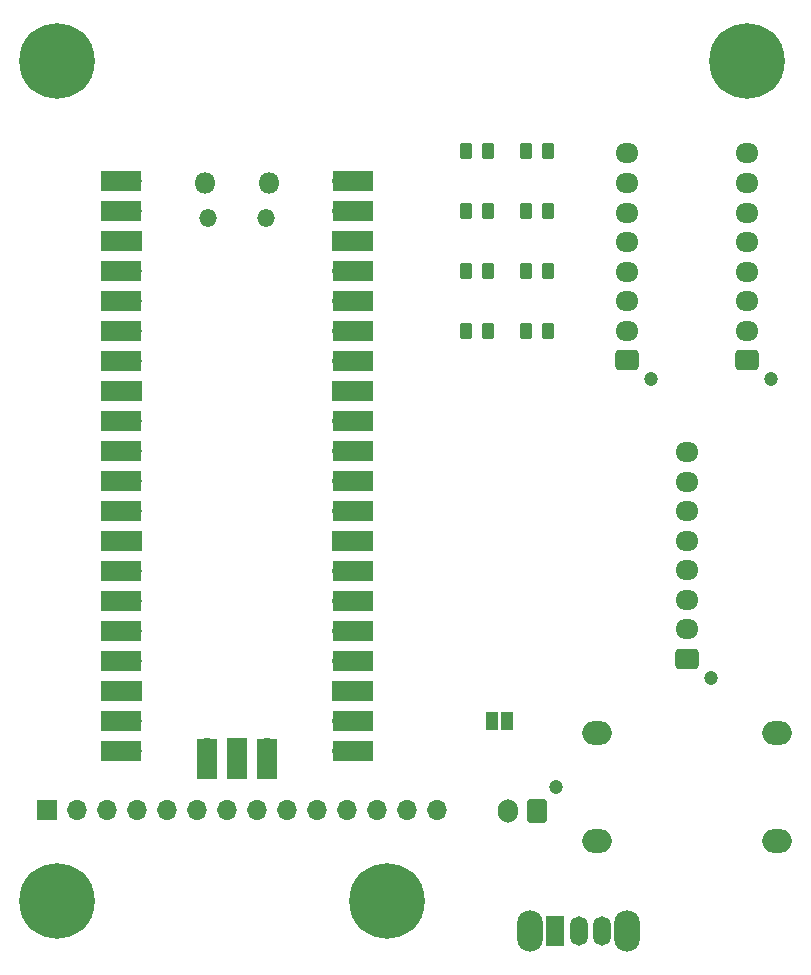
<source format=gbr>
%TF.GenerationSoftware,KiCad,Pcbnew,7.0.8*%
%TF.CreationDate,2025-06-12T11:12:38+08:00*%
%TF.ProjectId,PCB,5043422e-6b69-4636-9164-5f7063625858,rev?*%
%TF.SameCoordinates,Original*%
%TF.FileFunction,Soldermask,Top*%
%TF.FilePolarity,Negative*%
%FSLAX46Y46*%
G04 Gerber Fmt 4.6, Leading zero omitted, Abs format (unit mm)*
G04 Created by KiCad (PCBNEW 7.0.8) date 2025-06-12 11:12:38*
%MOMM*%
%LPD*%
G01*
G04 APERTURE LIST*
G04 Aperture macros list*
%AMRoundRect*
0 Rectangle with rounded corners*
0 $1 Rounding radius*
0 $2 $3 $4 $5 $6 $7 $8 $9 X,Y pos of 4 corners*
0 Add a 4 corners polygon primitive as box body*
4,1,4,$2,$3,$4,$5,$6,$7,$8,$9,$2,$3,0*
0 Add four circle primitives for the rounded corners*
1,1,$1+$1,$2,$3*
1,1,$1+$1,$4,$5*
1,1,$1+$1,$6,$7*
1,1,$1+$1,$8,$9*
0 Add four rect primitives between the rounded corners*
20,1,$1+$1,$2,$3,$4,$5,0*
20,1,$1+$1,$4,$5,$6,$7,0*
20,1,$1+$1,$6,$7,$8,$9,0*
20,1,$1+$1,$8,$9,$2,$3,0*%
G04 Aperture macros list end*
%ADD10C,1.200000*%
%ADD11RoundRect,0.250000X0.725000X-0.600000X0.725000X0.600000X-0.725000X0.600000X-0.725000X-0.600000X0*%
%ADD12O,1.950000X1.700000*%
%ADD13C,3.600000*%
%ADD14C,6.400000*%
%ADD15RoundRect,0.250000X-0.262500X-0.450000X0.262500X-0.450000X0.262500X0.450000X-0.262500X0.450000X0*%
%ADD16O,1.800000X1.800000*%
%ADD17O,1.500000X1.500000*%
%ADD18O,1.700000X1.700000*%
%ADD19R,3.500000X1.700000*%
%ADD20R,1.700000X1.700000*%
%ADD21R,1.700000X3.500000*%
%ADD22O,2.200000X3.500000*%
%ADD23R,1.500000X2.500000*%
%ADD24O,1.500000X2.500000*%
%ADD25R,1.000000X1.500000*%
%ADD26RoundRect,0.250000X0.600000X0.750000X-0.600000X0.750000X-0.600000X-0.750000X0.600000X-0.750000X0*%
%ADD27O,1.700000X2.000000*%
%ADD28O,2.500000X2.000000*%
G04 APERTURE END LIST*
D10*
%TO.C,J2*%
X187420000Y-59940000D03*
D11*
X185420000Y-58340000D03*
D12*
X185420000Y-55840000D03*
X185420000Y-53340000D03*
X185420000Y-50840000D03*
X185420000Y-48340000D03*
X185420000Y-45840000D03*
X185420000Y-43340000D03*
X185420000Y-40840000D03*
%TD*%
D13*
%TO.C,H4*%
X137160000Y-104140000D03*
D14*
X137160000Y-104140000D03*
%TD*%
D10*
%TO.C,J3*%
X192500000Y-85220000D03*
D11*
X190500000Y-83620000D03*
D12*
X190500000Y-81120000D03*
X190500000Y-78620000D03*
X190500000Y-76120000D03*
X190500000Y-73620000D03*
X190500000Y-71120000D03*
X190500000Y-68620000D03*
X190500000Y-66120000D03*
%TD*%
D15*
%TO.C,R3*%
X176887500Y-50800000D03*
X178712500Y-50800000D03*
%TD*%
D16*
%TO.C,U1*%
X149675000Y-43310000D03*
D17*
X149975000Y-46340000D03*
X154825000Y-46340000D03*
D16*
X155125000Y-43310000D03*
D18*
X143510000Y-43180000D03*
D19*
X142610000Y-43180000D03*
D18*
X143510000Y-45720000D03*
D19*
X142610000Y-45720000D03*
D20*
X143510000Y-48260000D03*
D19*
X142610000Y-48260000D03*
D18*
X143510000Y-50800000D03*
D19*
X142610000Y-50800000D03*
D18*
X143510000Y-53340000D03*
D19*
X142610000Y-53340000D03*
D18*
X143510000Y-55880000D03*
D19*
X142610000Y-55880000D03*
D18*
X143510000Y-58420000D03*
D19*
X142610000Y-58420000D03*
D20*
X143510000Y-60960000D03*
D19*
X142610000Y-60960000D03*
D18*
X143510000Y-63500000D03*
D19*
X142610000Y-63500000D03*
D18*
X143510000Y-66040000D03*
D19*
X142610000Y-66040000D03*
D18*
X143510000Y-68580000D03*
D19*
X142610000Y-68580000D03*
D18*
X143510000Y-71120000D03*
D19*
X142610000Y-71120000D03*
D20*
X143510000Y-73660000D03*
D19*
X142610000Y-73660000D03*
D18*
X143510000Y-76200000D03*
D19*
X142610000Y-76200000D03*
D18*
X143510000Y-78740000D03*
D19*
X142610000Y-78740000D03*
D18*
X143510000Y-81280000D03*
D19*
X142610000Y-81280000D03*
D18*
X143510000Y-83820000D03*
D19*
X142610000Y-83820000D03*
D20*
X143510000Y-86360000D03*
D19*
X142610000Y-86360000D03*
D18*
X143510000Y-88900000D03*
D19*
X142610000Y-88900000D03*
D18*
X143510000Y-91440000D03*
D19*
X142610000Y-91440000D03*
D18*
X161290000Y-91440000D03*
D19*
X162190000Y-91440000D03*
D18*
X161290000Y-88900000D03*
D19*
X162190000Y-88900000D03*
D20*
X161290000Y-86360000D03*
D19*
X162190000Y-86360000D03*
D18*
X161290000Y-83820000D03*
D19*
X162190000Y-83820000D03*
D18*
X161290000Y-81280000D03*
D19*
X162190000Y-81280000D03*
D18*
X161290000Y-78740000D03*
D19*
X162190000Y-78740000D03*
D18*
X161290000Y-76200000D03*
D19*
X162190000Y-76200000D03*
D20*
X161290000Y-73660000D03*
D19*
X162190000Y-73660000D03*
D18*
X161290000Y-71120000D03*
D19*
X162190000Y-71120000D03*
D18*
X161290000Y-68580000D03*
D19*
X162190000Y-68580000D03*
D18*
X161290000Y-66040000D03*
D19*
X162190000Y-66040000D03*
D18*
X161290000Y-63500000D03*
D19*
X162190000Y-63500000D03*
D20*
X161290000Y-60960000D03*
D19*
X162190000Y-60960000D03*
D18*
X161290000Y-58420000D03*
D19*
X162190000Y-58420000D03*
D18*
X161290000Y-55880000D03*
D19*
X162190000Y-55880000D03*
D18*
X161290000Y-53340000D03*
D19*
X162190000Y-53340000D03*
D18*
X161290000Y-50800000D03*
D19*
X162190000Y-50800000D03*
D20*
X161290000Y-48260000D03*
D19*
X162190000Y-48260000D03*
D18*
X161290000Y-45720000D03*
D19*
X162190000Y-45720000D03*
D18*
X161290000Y-43180000D03*
D19*
X162190000Y-43180000D03*
D18*
X149860000Y-91210000D03*
D21*
X149860000Y-92110000D03*
D20*
X152400000Y-91210000D03*
D21*
X152400000Y-92110000D03*
D18*
X154940000Y-91210000D03*
D21*
X154940000Y-92110000D03*
%TD*%
D22*
%TO.C,SW1*%
X177220000Y-106680000D03*
X185420000Y-106680000D03*
D23*
X179320000Y-106680000D03*
D24*
X181320000Y-106680000D03*
X183320000Y-106680000D03*
%TD*%
D20*
%TO.C,J1*%
X136285000Y-96415000D03*
D18*
X138825000Y-96415000D03*
X141365000Y-96415000D03*
X143905000Y-96415000D03*
X146445000Y-96415000D03*
X148985000Y-96415000D03*
X151525000Y-96415000D03*
X154065000Y-96415000D03*
X156605000Y-96415000D03*
X159145000Y-96415000D03*
X161685000Y-96415000D03*
X164225000Y-96415000D03*
X166765000Y-96415000D03*
X169305000Y-96415000D03*
%TD*%
D13*
%TO.C,H1*%
X137160000Y-33020000D03*
D14*
X137160000Y-33020000D03*
%TD*%
D15*
%TO.C,R2*%
X171807500Y-55880000D03*
X173632500Y-55880000D03*
%TD*%
%TO.C,R8*%
X171807500Y-40640000D03*
X173632500Y-40640000D03*
%TD*%
D13*
%TO.C,H2*%
X195580000Y-33020000D03*
D14*
X195580000Y-33020000D03*
%TD*%
D15*
%TO.C,R6*%
X171807500Y-45720000D03*
X173632500Y-45720000D03*
%TD*%
D13*
%TO.C,H3*%
X165100000Y-104140000D03*
D14*
X165100000Y-104140000D03*
%TD*%
D15*
%TO.C,R4*%
X171807500Y-50800000D03*
X173632500Y-50800000D03*
%TD*%
D25*
%TO.C,R17*%
X175260000Y-88900000D03*
X173960000Y-88900000D03*
%TD*%
D10*
%TO.C,J5*%
X197580000Y-59940000D03*
D11*
X195580000Y-58340000D03*
D12*
X195580000Y-55840000D03*
X195580000Y-53340000D03*
X195580000Y-50840000D03*
X195580000Y-48340000D03*
X195580000Y-45840000D03*
X195580000Y-43340000D03*
X195580000Y-40840000D03*
%TD*%
D15*
%TO.C,R1*%
X176887500Y-55880000D03*
X178712500Y-55880000D03*
%TD*%
D10*
%TO.C,J4*%
X179400000Y-94520000D03*
D26*
X177800000Y-96520000D03*
D27*
X175300000Y-96520000D03*
%TD*%
D28*
%TO.C,U2*%
X182880000Y-89920000D03*
X182880000Y-99060000D03*
X198120000Y-89920000D03*
X198120000Y-99060000D03*
%TD*%
D15*
%TO.C,R7*%
X176887500Y-40640000D03*
X178712500Y-40640000D03*
%TD*%
%TO.C,R5*%
X176887500Y-45720000D03*
X178712500Y-45720000D03*
%TD*%
M02*

</source>
